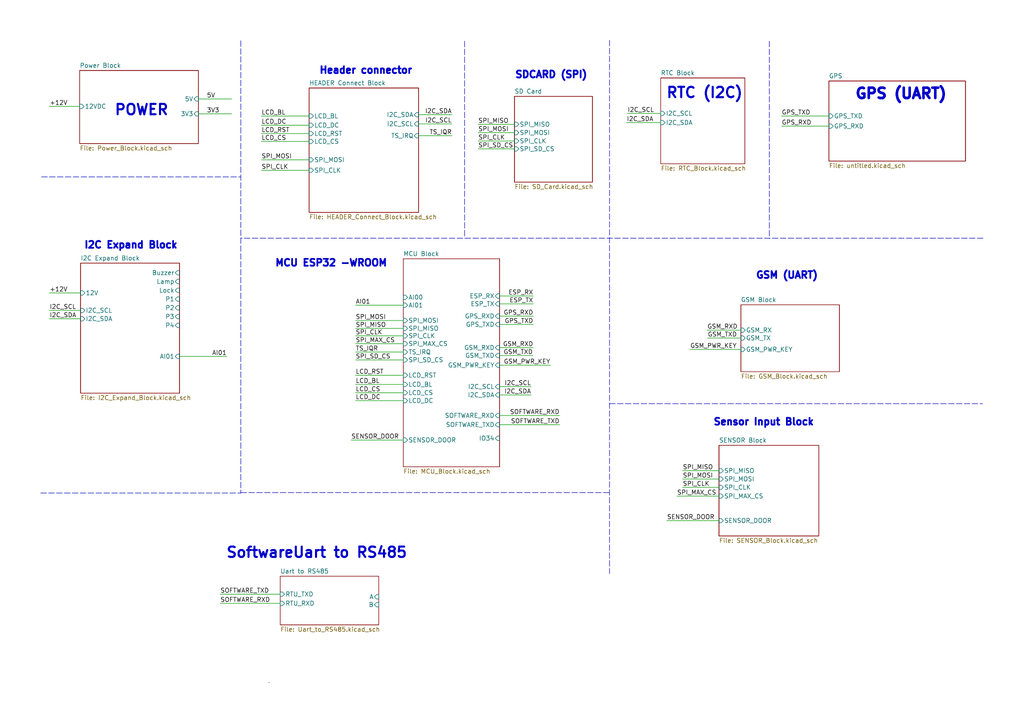
<source format=kicad_sch>
(kicad_sch (version 20230121) (generator eeschema)
  (paper "A4")
  (lib_symbols)
  (wire (pts (xy 181.737 35.56) (xy 191.643 35.56)))
  (wire (pts (xy 197.993 138.938) (xy 208.534 138.938)))
  (wire (pts (xy 103.124 99.695) (xy 116.967 99.695)))
  (wire (pts (xy 131.064 39.37) (xy 121.412 39.37)))
  (wire (pts (xy 144.907 88.138) (xy 154.686 88.138)))
  (wire (pts (xy 193.421 151.003) (xy 208.534 151.003)))
  (wire (pts (xy 144.907 91.694) (xy 154.686 91.694)))
  (wire (pts (xy 14.351 30.861) (xy 23.114 30.861)))
  (wire (pts (xy 103.124 104.394) (xy 116.967 104.394)))
  (wire (pts (xy 144.907 94.107) (xy 154.686 94.107)))
  (wire (pts (xy 144.907 120.523) (xy 162.306 120.523)))
  (wire (pts (xy 197.993 136.525) (xy 208.534 136.525)))
  (polyline (pts (xy 12.065 51.308) (xy 69.85 51.308)) (stroke (width 0) (type dash)))
  (polyline (pts (xy 69.85 142.875) (xy 78.105 142.875)) (stroke (width 0) (type dash)))
  (wire (pts (xy 214.884 95.758) (xy 205.105 95.758)))
  (wire (pts (xy 75.819 41.021) (xy 89.662 41.021)))
  (wire (pts (xy 144.907 114.554) (xy 154.051 114.554)))
  (polyline (pts (xy 176.784 11.684) (xy 176.784 166.37)) (stroke (width 0) (type dash)))
  (wire (pts (xy 144.907 103.124) (xy 154.559 103.124)))
  (wire (pts (xy 144.907 123.19) (xy 162.306 123.19)))
  (wire (pts (xy 138.684 40.894) (xy 149.225 40.894)))
  (wire (pts (xy 103.124 116.205) (xy 116.967 116.205)))
  (polyline (pts (xy 176.784 117.094) (xy 284.988 117.094)) (stroke (width 0) (type dash)))
  (wire (pts (xy 23.368 90.043) (xy 14.351 90.043)))
  (wire (pts (xy 144.907 105.918) (xy 159.639 105.918)))
  (wire (pts (xy 75.819 33.655) (xy 89.662 33.655)))
  (polyline (pts (xy 285.115 69.088) (xy 69.85 69.088)) (stroke (width 0) (type dash)))
  (wire (pts (xy 144.907 100.838) (xy 154.686 100.838)))
  (wire (pts (xy 81.28 175.006) (xy 63.881 175.006)))
  (wire (pts (xy 57.531 28.702) (xy 67.183 28.702)))
  (polyline (pts (xy 176.657 142.875) (xy 78.105 142.875)) (stroke (width 0) (type dash)))
  (wire (pts (xy 101.854 127.635) (xy 116.967 127.635)))
  (wire (pts (xy 226.695 36.576) (xy 240.411 36.576)))
  (wire (pts (xy 103.124 102.108) (xy 116.967 102.108)))
  (wire (pts (xy 138.684 38.481) (xy 149.225 38.481)))
  (wire (pts (xy 197.993 141.351) (xy 208.534 141.351)))
  (polyline (pts (xy 11.811 143.002) (xy 69.85 143.002)) (stroke (width 0) (type dash)))
  (wire (pts (xy 81.28 172.339) (xy 63.881 172.339)))
  (wire (pts (xy 65.786 103.378) (xy 52.07 103.378)))
  (wire (pts (xy 103.124 97.409) (xy 116.967 97.409)))
  (wire (pts (xy 75.819 49.403) (xy 89.662 49.403)))
  (wire (pts (xy 191.643 32.893) (xy 181.991 32.893)))
  (wire (pts (xy 200.152 101.346) (xy 214.884 101.346)))
  (wire (pts (xy 57.531 33.02) (xy 67.183 33.02)))
  (wire (pts (xy 138.684 43.18) (xy 149.225 43.18)))
  (wire (pts (xy 23.368 92.456) (xy 14.351 92.456)))
  (polyline (pts (xy 69.85 11.811) (xy 69.85 143.002)) (stroke (width 0) (type dash)))
  (wire (pts (xy 144.907 112.141) (xy 154.051 112.141)))
  (wire (pts (xy 75.819 46.355) (xy 89.662 46.355)))
  (wire (pts (xy 75.819 36.322) (xy 89.662 36.322)))
  (wire (pts (xy 103.124 113.919) (xy 116.967 113.919)))
  (wire (pts (xy 103.124 92.964) (xy 116.967 92.964)))
  (wire (pts (xy 131.064 33.274) (xy 121.412 33.274)))
  (wire (pts (xy 14.351 84.963) (xy 23.368 84.963)))
  (wire (pts (xy 103.124 88.519) (xy 116.967 88.519)))
  (wire (pts (xy 121.412 35.941) (xy 131.064 35.941)))
  (wire (pts (xy 103.124 95.25) (xy 116.967 95.25)))
  (wire (pts (xy 226.695 33.655) (xy 240.411 33.655)))
  (wire (pts (xy 196.342 143.891) (xy 208.534 143.891)))
  (polyline (pts (xy 223.139 11.938) (xy 223.139 69.215)) (stroke (width 0) (type dash)))
  (wire (pts (xy 138.684 36.068) (xy 149.225 36.068)))
  (polyline (pts (xy 77.978 197.993) (xy 78.105 197.993)))
  (wire (pts (xy 103.124 108.839) (xy 116.967 108.839)))
  (wire (pts (xy 103.124 111.506) (xy 116.967 111.506)))
  (wire (pts (xy 214.884 98.044) (xy 205.232 98.044)))
  (wire (pts (xy 75.819 38.735) (xy 89.662 38.735)))
  (polyline (pts (xy 134.747 11.938) (xy 134.747 69.088)) (stroke (width 0) (type dash)))
  (wire (pts (xy 144.907 85.852) (xy 154.686 85.852)))
  (text "Sensor Input Block" (at 206.756 123.698 0) (effects (font (size 2 2) (thickness 0.6) bold) (justify left bottom)))
  (text "Header connector" (at 92.456 21.717 0) (effects (font (size 2 2) (thickness 0.6) bold) (justify left bottom)))
  (text "GSM (UART)" (at 219.075 81.153 0) (effects (font (size 2 2) (thickness 0.6) bold) (justify left bottom)))
  (text "GPS (UART)" (at 247.777 29.083 0) (effects (font (size 3 3) (thickness 1) bold) (justify left bottom)))
  (text "POWER" (at 33.02 33.782 0) (effects (font (size 3 3) (thickness 0.6) bold) (justify left bottom)))
  (text "I2C Expand Block" (at 24.257 72.39 0) (effects (font (size 2 2) (thickness 0.6) bold) (justify left bottom)))
  (text "SDCARD (SPI)" (at 149.225 22.987 0) (effects (font (size 2 2) (thickness 0.6) bold) (justify left bottom)))
  (text "SoftwareUart to RS485" (at 65.405 162.179 0) (effects (font (size 3 3) (thickness 0.6) bold) (justify left bottom)))
  (text "RTC (I2C)" (at 193.04 28.829 0) (effects (font (size 3 3) (thickness 0.6) bold) (justify left bottom)))
  (text "MCU ESP32 -WROOM" (at 79.629 77.597 0) (effects (font (size 2 2) (thickness 0.6) bold) (justify left bottom)))
  (label "SPI_MOSI" (at 197.993 138.938 0))
  (label "GPS_RXD" (at 154.686 91.694 180))
  (label "I2C_SCL" (at 14.351 90.043 0))
  (label "LCD_RST" (at 103.124 108.839 0))
  (label "ESP_RX" (at 154.686 85.852 180))
  (label "+12V" (at 14.351 30.861 0))
  (label "SENSOR_DOOR" (at 101.854 127.635 0))
  (label "I2C_SCL" (at 181.991 32.893 0))
  (label "SPI_MISO" (at 103.124 95.25 0))
  (label "GPS_TXD" (at 154.686 94.107 180))
  (label "SPI_MOSI" (at 103.124 92.964 0))
  (label "I2C_SDA" (at 14.351 92.456 0))
  (label "SPI_MAX_CS" (at 196.342 143.891 0))
  (label "SOFTWARE_TXD" (at 162.306 123.19 180))
  (label "I2C_SDA" (at 181.737 35.56 0))
  (label "I2C_SCL" (at 131.064 35.941 180))
  (label "SPI_SD_CS" (at 138.684 43.18 0))
  (label "SPI_CLK" (at 197.993 141.351 0))
  (label "+12V" (at 14.351 84.963 0))
  (label "TS_IQR" (at 131.064 39.37 180))
  (label "SOFTWARE_TXD" (at 63.881 172.339 0))
  (label "SPI_MAX_CS" (at 103.124 99.695 0))
  (label "5V" (at 59.944 28.702 0))
  (label "GSM_TXD" (at 205.232 98.044 0))
  (label "GSM_PWR_KEY" (at 159.639 105.918 180))
  (label "SPI_MOSI" (at 75.819 46.355 0))
  (label "GSM_RXD" (at 205.105 95.758 0))
  (label "LCD_CS" (at 103.124 113.919 0))
  (label "SPI_CLK" (at 75.819 49.403 0))
  (label "GPS_TXD" (at 226.695 33.655 0))
  (label "AI01" (at 65.786 103.378 180))
  (label "TS_IQR" (at 103.124 102.108 0))
  (label "LCD_DC" (at 103.124 116.205 0))
  (label "LCD_BL" (at 103.124 111.506 0))
  (label "LCD_BL" (at 75.819 33.655 0))
  (label "SENSOR_DOOR" (at 193.421 151.003 0))
  (label "AI01" (at 103.124 88.519 0))
  (label "GSM_RXD" (at 154.686 100.838 180))
  (label "LCD_DC" (at 75.819 36.322 0))
  (label "SPI_CLK" (at 103.124 97.409 0))
  (label "LCD_CS" (at 75.819 41.021 0))
  (label "3V3" (at 59.944 33.02 0))
  (label "GSM_PWR_KEY" (at 200.152 101.346 0))
  (label "GSM_TXD" (at 154.559 103.124 180))
  (label "GPS_RXD" (at 226.695 36.576 0))
  (label "SPI_MISO" (at 138.684 36.068 0))
  (label "SOFTWARE_RXD" (at 63.881 175.006 0))
  (label "SPI_CLK" (at 138.684 40.894 0))
  (label "SPI_MISO" (at 197.993 136.525 0))
  (label "LCD_RST" (at 75.819 38.735 0))
  (label "SOFTWARE_RXD" (at 162.306 120.523 180))
  (label "I2C_SDA" (at 131.064 33.274 180))
  (label "SPI_MOSI" (at 138.684 38.481 0))
  (label "ESP_TX" (at 154.686 88.138 180))
  (label "I2C_SCL" (at 154.051 112.141 180))
  (label "SPI_SD_CS" (at 103.124 104.394 0))
  (label "I2C_SDA" (at 154.051 114.554 180))
  (sheet (at 149.225 27.94) (size 22.606 24.892) (stroke (width 0.1524))
    (property "Sheetname" "SD Card" (at 149.225 27.2284 0) (effects (justify left bottom)))
    (property "Sheetfile" "SD_Card.kicad_sch" (at 149.225 53.4166 0) (effects (justify left top)))
    (pin "SPI_MISO" input (at 149.225 36.068 180))
    (pin "SPI_MOSI" input (at 149.225 38.481 180))
    (pin "SPI_CLK" input (at 149.225 40.894 180))
    (pin "SPI_SD_CS" input (at 149.225 43.18 180))
  )
  (sheet (at 240.411 23.495) (size 39.624 23.241) (stroke (width 0.1524))
    (property "Sheetname" "GPS" (at 240.411 22.7834 0) (effects (justify left bottom)))
    (property "Sheetfile" "untitled.kicad_sch" (at 240.411 47.3206 0) (effects (justify left top)))
    (pin "GPS_TXD" input (at 240.411 33.655 180))
    (pin "GPS_RXD" input (at 240.411 36.576 180))
  )
  (sheet (at 214.884 88.392) (size 28.575 19.431) (stroke (width 0.1524))
    (property "Sheetname" "GSM Block" (at 214.884 87.6804 0) (effects (justify left bottom)))
    (property "Sheetfile" "GSM_Block.kicad_sch" (at 214.884 108.4076 0) (effects (justify left top)))
    (pin "GSM_RX" input (at 214.884 95.758 180))
    (pin "GSM_TX" input (at 214.884 98.044 180))
    (pin "GSM_PWR_KEY" input (at 214.884 101.346 180))
  )
  (sheet (at 191.643 22.606) (size 24.384 24.892) (stroke (width 0.1524))
    (property "Sheetname" "RTC Block" (at 191.643 21.8944 0) (effects (justify left bottom)))
    (property "Sheetfile" "RTC_Block.kicad_sch" (at 191.643 48.0826 0) (effects (justify left top)))
    (pin "I2C_SCL" input (at 191.643 32.893 180))
    (pin "I2C_SDA" input (at 191.643 35.56 180))
  )
  (sheet (at 81.28 167.132) (size 28.575 14.097) (stroke (width 0.1524))
    (property "Sheetname" "Uart to RS485" (at 81.28 166.4204 0) (effects (justify left bottom)))
    (property "Sheetfile" "Uart_to_RS485.kicad_sch" (at 81.28 181.8136 0) (effects (justify left top)))
    (pin "RTU_TXD" input (at 81.28 172.339 180))
    (pin "RTU_RXD" input (at 81.28 175.006 180))
    (pin "A" input (at 109.855 173.101 0))
    (pin "B" input (at 109.855 175.387 0))
  )
  (sheet (at 89.662 25.527) (size 31.75 36.068) (stroke (width 0.1524))
    (property "Sheetname" "HEADER Connect Block" (at 89.662 24.8154 0) (effects (justify left bottom)))
    (property "Sheetfile" "HEADER_Connect_Block.kicad_sch" (at 89.662 62.1796 0) (effects (justify left top)))
    (pin "LCD_CS" input (at 89.662 41.021 180))
    (pin "SPI_MOSI" input (at 89.662 46.355 180))
    (pin "SPI_CLK" input (at 89.662 49.403 180))
    (pin "I2C_SDA" input (at 121.412 33.274 0))
    (pin "I2C_SCL" input (at 121.412 35.941 0))
    (pin "TS_IRQ" input (at 121.412 39.37 0))
    (pin "LCD_RST" input (at 89.662 38.735 180))
    (pin "LCD_DC" input (at 89.662 36.322 180))
    (pin "LCD_BL" input (at 89.662 33.655 180))
  )
  (sheet (at 23.368 76.327) (size 28.702 37.719) (stroke (width 0.1524))
    (property "Sheetname" "I2C Expand Block" (at 23.368 75.6154 0) (effects (justify left bottom)))
    (property "Sheetfile" "I2C_Expand_Block.kicad_sch" (at 23.368 114.6306 0) (effects (justify left top)))
    (pin "12V" input (at 23.368 84.963 180))
    (pin "I2C_SCL" input (at 23.368 90.043 180))
    (pin "I2C_SDA" input (at 23.368 92.456 180))
    (pin "Lamp" input (at 52.07 81.661 0))
    (pin "Buzzer" input (at 52.07 79.121 0))
    (pin "P3" input (at 52.07 91.821 0))
    (pin "P4" input (at 52.07 94.361 0))
    (pin "AI01" input (at 52.07 103.378 0))
    (pin "Lock" input (at 52.07 84.201 0))
    (pin "P2" input (at 52.07 89.281 0))
    (pin "P1" input (at 52.07 86.741 0))
  )
  (sheet (at 116.967 75.057) (size 27.94 60.325) (stroke (width 0.1524))
    (property "Sheetname" "MCU Block" (at 116.967 74.3454 0) (effects (justify left bottom)))
    (property "Sheetfile" "MCU_Block.kicad_sch" (at 116.967 135.9666 0) (effects (justify left top)))
    (pin "TS_IRQ" input (at 116.967 102.108 180))
    (pin "AI01" input (at 116.967 88.519 180))
    (pin "AI00" input (at 116.967 86.233 180))
    (pin "SPI_MOSI" input (at 116.967 92.964 180))
    (pin "SPI_SD_CS" input (at 116.967 104.394 180))
    (pin "SPI_MAX_CS" input (at 116.967 99.695 180))
    (pin "SPI_MISO" input (at 116.967 95.25 180))
    (pin "SPI_CLK" input (at 116.967 97.409 180))
    (pin "LCD_RST" input (at 116.967 108.839 180))
    (pin "LCD_BL" input (at 116.967 111.506 180))
    (pin "GSM_PWR_KEY" input (at 144.907 105.918 0))
    (pin "LCD_CS" input (at 116.967 113.919 180))
    (pin "I2C_SCL" input (at 144.907 112.141 0))
    (pin "I2C_SDA" input (at 144.907 114.554 0))
    (pin "ESP_RX" input (at 144.907 85.852 0))
    (pin "ESP_TX" input (at 144.907 88.138 0))
    (pin "GPS_RXD" input (at 144.907 91.694 0))
    (pin "GSM_RXD" input (at 144.907 100.838 0))
    (pin "GSM_TXD" input (at 144.907 103.124 0))
    (pin "GPS_TXD" input (at 144.907 94.107 0))
    (pin "LCD_DC" input (at 116.967 116.205 180))
    (pin "SOFTWARE_RXD" input (at 144.907 120.523 0))
    (pin "SOFTWARE_TXD" input (at 144.907 123.19 0))
    (pin "SENSOR_DOOR" input (at 116.967 127.635 180))
    (pin "IO34" input (at 144.907 127.127 0))
  )
  (sheet (at 23.114 20.447) (size 34.417 21.209) (stroke (width 0.1524))
    (property "Sheetname" "Power Block" (at 23.114 19.7354 0) (effects (justify left bottom)))
    (property "Sheetfile" "Power_Block.kicad_sch" (at 23.114 42.2406 0) (effects (justify left top)))
    (pin "5V" input (at 57.531 28.702 0))
    (pin "3V3" input (at 57.531 33.02 0))
    (pin "12VDC" input (at 23.114 30.861 180))
  )
  (sheet (at 208.534 129.159) (size 28.956 26.289) (stroke (width 0.1524))
    (property "Sheetname" "SENSOR Block" (at 208.534 128.4474 0) (effects (justify left bottom)))
    (property "Sheetfile" "SENSOR_Block.kicad_sch" (at 208.534 156.0326 0) (effects (justify left top)))
    (pin "SPI_MISO" input (at 208.534 136.525 180))
    (pin "SPI_MOSI" input (at 208.534 138.938 180))
    (pin "SPI_CLK" input (at 208.534 141.351 180))
    (pin "SPI_MAX_CS" input (at 208.534 143.891 180))
    (pin "SENSOR_DOOR" input (at 208.534 151.003 180))
  )
)
</source>
